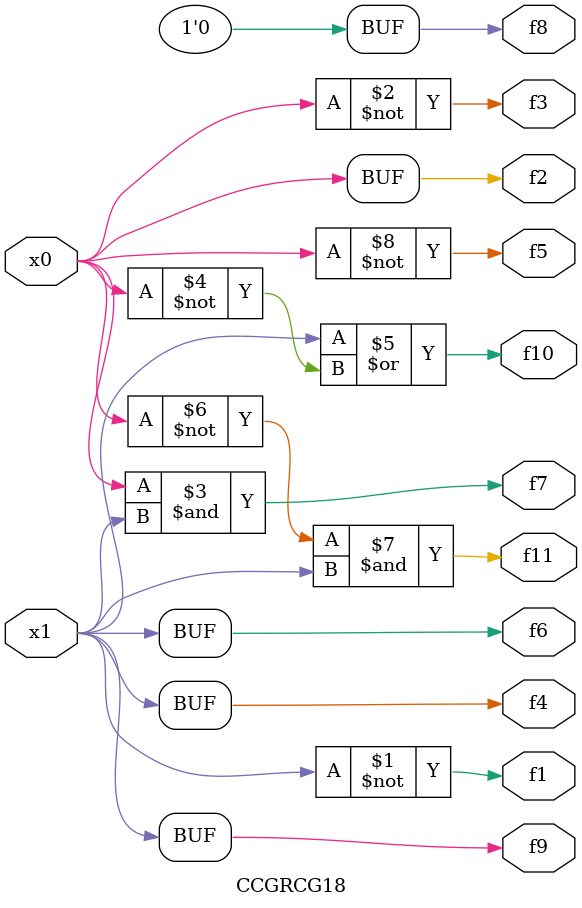
<source format=v>

module CCGRCG18 ( 
    x0, x1,
    f1, f2, f3, f4, f5, f6, f7, f8, f9, f10, f11  );
  input  x0, x1;
  output f1, f2, f3, f4, f5, f6, f7, f8, f9, f10, f11;
  assign f1 = ~x1;
  assign f3 = ~x0;
  assign f7 = x0 & x1;
  assign f10 = x1 | ~x0;
  assign f11 = ~x0 & x1;
  assign f8 = 1'b0;
  assign f2 = x0;
  assign f4 = x1;
  assign f5 = ~x0;
  assign f6 = x1;
  assign f9 = x1;
endmodule



</source>
